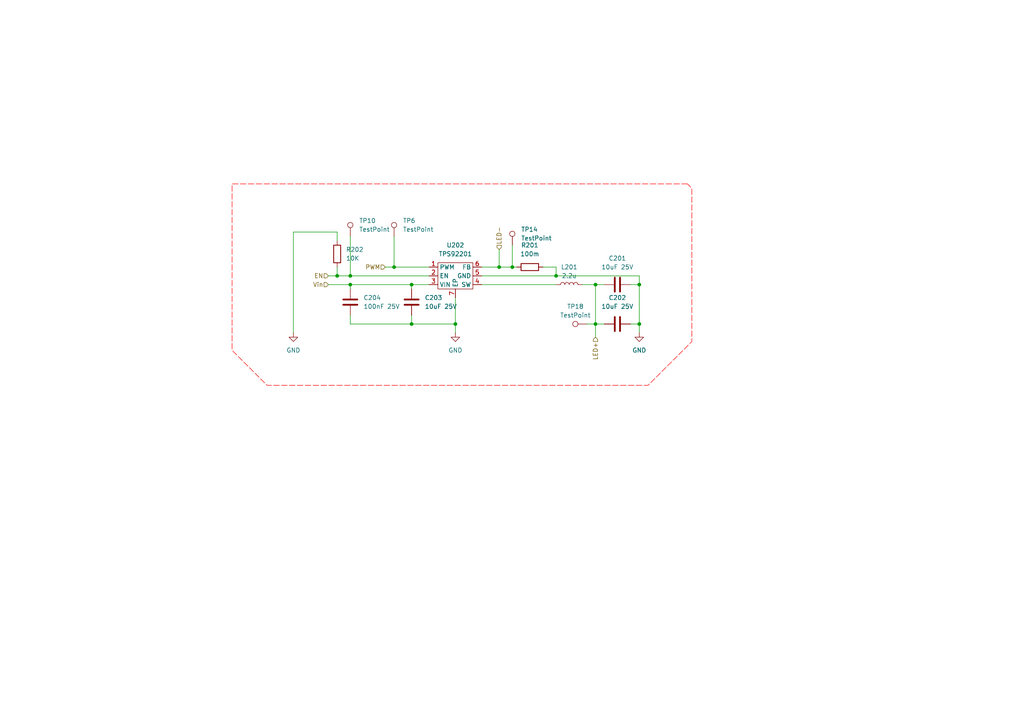
<source format=kicad_sch>
(kicad_sch (version 20250114) (generator "eeschema") (generator_version "9.0")
  (paper "A4")
  (lib_symbols
    (symbol "Connector:TestPoint" (pin_numbers (hide yes)) (pin_names (offset 0.762) (hide yes))
      (property "Reference" "TP" (at 0 6.858 0))
      (property "Value" "TestPoint" (at 0 5.08 0))
      (symbol "TestPoint_0_1"
        (circle (center 0 3.302) (radius 0.762))
      )
      (symbol "TestPoint_1_1"
        (pin passive line (at 0 0 90) (length 2.54) (name "1") (number "1"))
      )
    )
    (symbol "Device:C" (pin_numbers (hide yes)) (pin_names (offset 0.254))
      (property "Reference" "C" (at 0.635 2.54 0))
      (property "Value" "C" (at 0.635 -2.54 0))
      (symbol "C_0_1"
        (polyline (pts (xy -2.032 0.762) (xy 2.032 0.762)) (stroke (width 0.508)))
        (polyline (pts (xy -2.032 -0.762) (xy 2.032 -0.762)) (stroke (width 0.508)))
      )
      (symbol "C_1_1"
        (pin passive line (at 0 3.81 270) (length 2.794) (name "~") (number "1"))
        (pin passive line (at 0 -3.81 90) (length 2.794) (name "~") (number "2"))
      )
    )
    (symbol "Device:L" (pin_numbers (hide yes)) (pin_names (offset 1.016) (hide yes))
      (property "Reference" "L" (at -1.27 0 90))
      (property "Value" "L" (at 1.905 0 90))
      (symbol "L_0_1"
        (arc (start 0 2.54) (mid 0.6323 1.905) (end 0 1.27))
        (arc (start 0 1.27) (mid 0.6323 0.635) (end 0 0))
        (arc (start 0 0) (mid 0.6323 -0.635) (end 0 -1.27))
        (arc (start 0 -1.27) (mid 0.6323 -1.905) (end 0 -2.54))
      )
      (symbol "L_1_1"
        (pin passive line (at 0 3.81 270) (length 1.27) (name "1") (number "1"))
        (pin passive line (at 0 -3.81 90) (length 1.27) (name "2") (number "2"))
      )
    )
    (symbol "Device:R" (pin_numbers (hide yes)) (pin_names (offset 0))
      (property "Reference" "R" (at 2.032 0 90))
      (property "Value" "R" (at 0 0 90))
      (symbol "R_0_1"
        (rectangle (start -1.016 -2.54) (end 1.016 2.54) (stroke (width 0.254)))
      )
      (symbol "R_1_1"
        (pin passive line (at 0 3.81 270) (length 1.27) (name "~") (number "1"))
        (pin passive line (at 0 -3.81 90) (length 1.27) (name "~") (number "2"))
      )
    )
    (symbol "TPS92201_WSON_1"
      (property "Reference" "U" (at -0.254 5.588 0))
      (property "Value" "TPS92201" (at 0 0 0))
      (symbol "TPS92201_WSON_1_0_0"
        (pin input line (at -7.62 2.54 0) (length 2.54) (name "PWM") (number "1"))
        (pin input line (at -7.62 0 0) (length 2.54) (name "EN") (number "2"))
        (pin input line (at -7.62 -2.54 0) (length 2.54) (name "VIN") (number "3"))
        (pin power_in line (at 0 -6.35 90) (length 2.54) (name "EP") (number "7"))
        (pin input line (at 7.62 2.54 180) (length 2.54) (name "FB") (number "6"))
        (pin power_in line (at 7.62 0 180) (length 2.54) (name "GND") (number "5"))
        (pin output line (at 7.62 -2.54 180) (length 2.54) (name "SW") (number "4"))
      )
      (symbol "TPS92201_WSON_1_0_1"
        (rectangle (start -5.08 3.81) (end 5.08 -3.81))
      )
    )
    (symbol "power:GND" (power) (pin_numbers (hide yes)) (pin_names (offset 0) (hide yes))
      (property "Value" "GND" (at 0 -3.81 0))
      (symbol "GND_0_1"
        (polyline (pts (xy 0 0) (xy 0 -1.27) (xy 1.27 -1.27) (xy 0 -2.54) (xy -1.27 -1.27) (xy 0 -1.27)))
      )
      (symbol "GND_1_1"
        (pin power_in line (at 0 0 270) (length 0) (name "~") (number "1"))
      )
    )
  )
  (junction (at 185.42 93.98))
  (junction (at 132.08 93.98))
  (junction (at 101.6 80.01))
  (junction (at 144.78 77.47))
  (junction (at 97.79 80.01))
  (junction (at 172.72 93.98))
  (junction (at 119.38 82.55))
  (junction (at 161.29 80.01))
  (junction (at 185.42 82.55))
  (junction (at 148.59 77.47))
  (junction (at 119.38 93.98))
  (junction (at 101.6 82.55))
  (junction (at 172.72 82.55))
  (junction (at 114.3 77.47))
  (wire (pts (xy 101.6 68.58) (xy 101.6 80.01)))
  (wire (pts (xy 119.38 91.44) (xy 119.38 93.98)))
  (wire (pts (xy 101.6 82.55) (xy 119.38 82.55)))
  (wire (pts (xy 185.42 93.98) (xy 185.42 82.55)))
  (wire (pts (xy 185.42 80.01) (xy 185.42 82.55)))
  (wire (pts (xy 114.3 77.47) (xy 124.46 77.47)))
  (wire (pts (xy 168.91 82.55) (xy 172.72 82.55)))
  (wire (pts (xy 97.79 69.85) (xy 97.79 67.31)))
  (wire (pts (xy 97.79 80.01) (xy 101.6 80.01)))
  (wire (pts (xy 139.7 80.01) (xy 161.29 80.01)))
  (wire (pts (xy 148.59 77.47) (xy 149.86 77.47)))
  (wire (pts (xy 175.26 93.98) (xy 172.72 93.98)))
  (wire (pts (xy 119.38 82.55) (xy 124.46 82.55)))
  (wire (pts (xy 119.38 82.55) (xy 119.38 83.82)))
  (wire (pts (xy 172.72 82.55) (xy 175.26 82.55)))
  (wire (pts (xy 139.7 77.47) (xy 144.78 77.47)))
  (wire (pts (xy 114.3 68.58) (xy 114.3 77.47)))
  (wire (pts (xy 144.78 77.47) (xy 148.59 77.47)))
  (wire (pts (xy 170.18 93.98) (xy 172.72 93.98)))
  (wire (pts (xy 132.08 93.98) (xy 132.08 96.52)))
  (wire (pts (xy 182.88 93.98) (xy 185.42 93.98)))
  (wire (pts (xy 101.6 80.01) (xy 124.46 80.01)))
  (wire (pts (xy 97.79 77.47) (xy 97.79 80.01)))
  (wire (pts (xy 139.7 82.55) (xy 161.29 82.55)))
  (wire (pts (xy 161.29 77.47) (xy 161.29 80.01)))
  (wire (pts (xy 111.76 77.47) (xy 114.3 77.47)))
  (wire (pts (xy 101.6 93.98) (xy 119.38 93.98)))
  (wire (pts (xy 85.09 67.31) (xy 85.09 96.52)))
  (wire (pts (xy 132.08 86.36) (xy 132.08 93.98)))
  (wire (pts (xy 185.42 93.98) (xy 185.42 96.52)))
  (wire (pts (xy 119.38 93.98) (xy 132.08 93.98)))
  (wire (pts (xy 172.72 93.98) (xy 172.72 97.79)))
  (wire (pts (xy 144.78 72.39) (xy 144.78 77.47)))
  (wire (pts (xy 101.6 82.55) (xy 101.6 83.82)))
  (wire (pts (xy 157.48 77.47) (xy 161.29 77.47)))
  (wire (pts (xy 185.42 82.55) (xy 182.88 82.55)))
  (wire (pts (xy 101.6 91.44) (xy 101.6 93.98)))
  (wire (pts (xy 148.59 71.12) (xy 148.59 77.47)))
  (wire (pts (xy 172.72 93.98) (xy 172.72 82.55)))
  (wire (pts (xy 97.79 67.31) (xy 85.09 67.31)))
  (wire (pts (xy 161.29 80.01) (xy 185.42 80.01)))
  (wire (pts (xy 95.25 80.01) (xy 97.79 80.01)))
  (wire (pts (xy 95.25 82.55) (xy 101.6 82.55)))
  (hierarchical_label "Vin" (shape input) (at 95.25 82.55 180))
  (hierarchical_label "LED+" (shape input) (at 172.72 97.79 270))
  (hierarchical_label "EN" (shape input) (at 95.25 80.01 180))
  (hierarchical_label "PWM" (shape input) (at 111.76 77.47 180))
  (hierarchical_label "LED-" (shape input) (at 144.78 72.39 90))
  (rule_area (polyline (pts (xy 199.39 53.34) (xy 67.31 53.34) (xy 67.31 101.6) (xy 77.47 111.76) (xy 187.96 111.76) (xy 200.66 99.06) (xy 200.66 54.61)) (stroke (width 0) (type dash))))
  (symbol (lib_id "Device:L") (at 165.1 82.55 90) (unit 1)
    (property "Reference" "L201" (at 165.1 77.47 90))
    (property "Value" "2.2u" (at 165.1 80.01 90))
    (property "Footprint" "Inductor_SMD:L_APV_ANR4020" (effects (hide yes)))
    (property "Description" "Inductor" (effects (hide yes)))
    (property "MPN" "SMNR4020-2.2UH" (effects (hide yes)))
    (instances (project "" (path "" (reference "L201") (unit 1)) (path "" (reference "L401") (unit 1)) (path "" (reference "L501") (unit 1)) (path "" (reference "L301") (unit 1))))
  )
  (symbol (lib_name "TPS92201_WSON_1") (lib_id "customFootprints:TPS92201_WSON") (at 132.08 80.01 0) (unit 1)
    (property "Reference" "U202" (at 132.08 71.12 0))
    (property "Value" "TPS92201" (at 132.08 73.66 0))
    (property "Footprint" "Package_SON:WSON-6-1EP_2x2mm_P0.65mm_EP1x1.6mm_ThermalVias" (effects (hide yes)))
    (instances (project "" (path "" (reference "U202") (unit 1)) (path "" (reference "U402") (unit 1)) (path "" (reference "U502") (unit 1)) (path "" (reference "U302") (unit 1))))
  )
  (symbol (lib_id "Connector:TestPoint") (at 148.59 71.12 0) (unit 1)
    (property "Reference" "TP14" (at 151.13 66.5479 0) (effects (justify left)))
    (property "Value" "TestPoint" (at 151.13 69.0879 0) (effects (justify left)))
    (property "Footprint" "TestPoint:TestPoint_Pad_D1.0mm" (effects (hide yes)))
    (property "Description" "test point" (effects (hide yes)))
    (instances (project "HelixQueledPrint" (path "" (reference "TP14") (unit 1)) (path "" (reference "TP16") (unit 1)) (path "" (reference "TP17") (unit 1)) (path "" (reference "TP15") (unit 1))))
  )
  (symbol (lib_id "Device:C") (at 119.38 87.63 180) (unit 1)
    (property "Reference" "C203" (at 123.19 86.3599 0) (effects (justify right)))
    (property "Value" "10uF 25V" (at 123.19 88.8999 0) (effects (justify right)))
    (property "Footprint" "Capacitor_SMD:C_0805_2012Metric" (effects (hide yes)))
    (property "Description" "Unpolarized capacitor" (effects (hide yes)))
    (instances (project "HelixQueledPrint" (path "" (reference "C203") (unit 1)) (path "" (reference "C403") (unit 1)) (path "" (reference "C503") (unit 1)) (path "" (reference "C303") (unit 1))))
  )
  (symbol (lib_id "Device:C") (at 179.07 93.98 90) (unit 1)
    (property "Reference" "C202" (at 179.07 86.36 90))
    (property "Value" "10uF 25V" (at 179.07 88.9 90))
    (property "Footprint" "Capacitor_SMD:C_0805_2012Metric" (effects (hide yes)))
    (property "Description" "Unpolarized capacitor" (effects (hide yes)))
    (instances (project "HelixQueledPrint" (path "" (reference "C202") (unit 1)) (path "" (reference "C402") (unit 1)) (path "" (reference "C502") (unit 1)) (path "" (reference "C302") (unit 1))))
  )
  (symbol (lib_id "Device:R") (at 153.67 77.47 90) (unit 1)
    (property "Reference" "R201" (at 153.67 71.12 90))
    (property "Value" "100m" (at 153.67 73.66 90))
    (property "Footprint" "Resistor_SMD:R_0402_1005Metric" (effects (hide yes)))
    (property "Description" "Resistor" (effects (hide yes)))
    (instances (project "" (path "" (reference "R201") (unit 1)) (path "" (reference "R401") (unit 1)) (path "" (reference "R501") (unit 1)) (path "" (reference "R301") (unit 1))))
  )
  (symbol (lib_id "Connector:TestPoint") (at 114.3 68.58 0) (unit 1)
    (property "Reference" "TP6" (at 116.84 64.0079 0) (effects (justify left)))
    (property "Value" "TestPoint" (at 116.84 66.5479 0) (effects (justify left)))
    (property "Footprint" "TestPoint:TestPoint_Pad_D1.0mm" (effects (hide yes)))
    (property "Description" "test point" (effects (hide yes)))
    (instances (project "" (path "" (reference "TP6") (unit 1)) (path "" (reference "TP8") (unit 1)) (path "" (reference "TP9") (unit 1)) (path "" (reference "TP7") (unit 1))))
  )
  (symbol (lib_id "Device:C") (at 179.07 82.55 90) (unit 1)
    (property "Reference" "C201" (at 179.07 74.93 90))
    (property "Value" "10uF 25V" (at 179.07 77.47 90))
    (property "Footprint" "Capacitor_SMD:C_0805_2012Metric" (effects (hide yes)))
    (property "Description" "Unpolarized capacitor" (effects (hide yes)))
    (instances (project "" (path "" (reference "C201") (unit 1)) (path "" (reference "C401") (unit 1)) (path "" (reference "C501") (unit 1)) (path "" (reference "C301") (unit 1))))
  )
  (symbol (lib_id "Device:R") (at 97.79 73.66 180) (unit 1)
    (property "Reference" "R202" (at 100.33 72.3899 0) (effects (justify right)))
    (property "Value" "10K" (at 100.33 74.9299 0) (effects (justify right)))
    (property "Footprint" "Resistor_SMD:R_0402_1005Metric" (effects (hide yes)))
    (property "Description" "Resistor" (effects (hide yes)))
    (instances (project "HelixQueledPrint" (path "" (reference "R202") (unit 1)) (path "" (reference "R402") (unit 1)) (path "" (reference "R502") (unit 1)) (path "" (reference "R302") (unit 1))))
  )
  (symbol (lib_id "power:GND") (at 85.09 96.52 0) (unit 1)
    (property "Reference" "#PWR0203" (effects (hide yes)))
    (property "Value" "GND" (at 85.09 101.6 0))
    (property "Description" "Power symbol creates a global label with name \"GND\" , ground" (effects (hide yes)))
    (instances (project "HelixQueledPrint" (path "" (reference "#PWR0203") (unit 1)) (path "" (reference "#PWR0403") (unit 1)) (path "" (reference "#PWR0503") (unit 1)) (path "" (reference "#PWR0303") (unit 1))))
  )
  (symbol (lib_id "power:GND") (at 132.08 96.52 0) (unit 1)
    (property "Reference" "#PWR0202" (effects (hide yes)))
    (property "Value" "GND" (at 132.08 101.6 0))
    (property "Description" "Power symbol creates a global label with name \"GND\" , ground" (effects (hide yes)))
    (instances (project "HelixQueledPrint" (path "" (reference "#PWR0202") (unit 1)) (path "" (reference "#PWR0402") (unit 1)) (path "" (reference "#PWR0502") (unit 1)) (path "" (reference "#PWR0302") (unit 1))))
  )
  (symbol (lib_id "Connector:TestPoint") (at 101.6 68.58 0) (unit 1)
    (property "Reference" "TP10" (at 104.14 64.0079 0) (effects (justify left)))
    (property "Value" "TestPoint" (at 104.14 66.5479 0) (effects (justify left)))
    (property "Footprint" "TestPoint:TestPoint_Pad_D1.0mm" (effects (hide yes)))
    (property "Description" "test point" (effects (hide yes)))
    (instances (project "HelixQueledPrint" (path "" (reference "TP10") (unit 1)) (path "" (reference "TP12") (unit 1)) (path "" (reference "TP13") (unit 1)) (path "" (reference "TP11") (unit 1))))
  )
  (symbol (lib_id "Device:C") (at 101.6 87.63 180) (unit 1)
    (property "Reference" "C204" (at 105.41 86.3599 0) (effects (justify right)))
    (property "Value" "100nF 25V" (at 105.41 88.8999 0) (effects (justify right)))
    (property "Footprint" "Capacitor_SMD:C_0402_1005Metric" (effects (hide yes)))
    (property "Description" "Unpolarized capacitor" (effects (hide yes)))
    (instances (project "HelixQueledPrint" (path "" (reference "C204") (unit 1)) (path "" (reference "C404") (unit 1)) (path "" (reference "C504") (unit 1)) (path "" (reference "C304") (unit 1))))
  )
  (symbol (lib_id "Connector:TestPoint") (at 170.18 93.98 90) (unit 1)
    (property "Reference" "TP18" (at 166.878 88.9 90))
    (property "Value" "TestPoint" (at 166.878 91.44 90))
    (property "Footprint" "TestPoint:TestPoint_Pad_D1.0mm" (effects (hide yes)))
    (property "Description" "test point" (effects (hide yes)))
    (instances (project "HelixQueledPrint" (path "" (reference "TP18") (unit 1)) (path "" (reference "TP20") (unit 1)) (path "" (reference "TP21") (unit 1)) (path "" (reference "TP19") (unit 1))))
  )
  (symbol (lib_id "power:GND") (at 185.42 96.52 0) (unit 1)
    (property "Reference" "#PWR0201" (effects (hide yes)))
    (property "Value" "GND" (at 185.42 101.6 0))
    (property "Description" "Power symbol creates a global label with name \"GND\" , ground" (effects (hide yes)))
    (instances (project "" (path "" (reference "#PWR0201") (unit 1)) (path "" (reference "#PWR0401") (unit 1)) (path "" (reference "#PWR0501") (unit 1)) (path "" (reference "#PWR0301") (unit 1))))
  )
)
</source>
